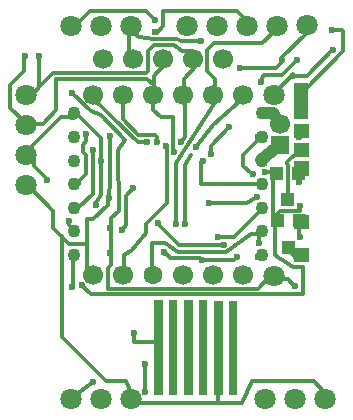
<source format=gbr>
%FSLAX32Y32*%
%MOMM*%
%LNKUPFERSEITE2*%
G71*
G01*
%ADD10C, 1.80*%
%ADD11C, 1.10*%
%ADD12C, 0.60*%
%ADD13C, 1.70*%
%ADD14C, 1.60*%
%ADD15C, 0.30*%
%ADD16C, 1.80*%
%ADD17C, 1.00*%
%ADD18C, 1.70*%
%LPD*%
X3477Y3987D02*
G54D10*
D03*
X3223Y3987D02*
G54D10*
D03*
X2969Y3987D02*
G54D10*
D03*
X2715Y3987D02*
G54D10*
D03*
X3356Y2046D02*
G54D11*
D03*
X1766Y2046D02*
G54D11*
D03*
X3356Y2246D02*
G54D11*
D03*
X1766Y2246D02*
G54D11*
D03*
X3356Y2446D02*
G54D11*
D03*
X1766Y2446D02*
G54D11*
D03*
X3356Y2646D02*
G54D11*
D03*
X1766Y2646D02*
G54D11*
D03*
X3356Y2846D02*
G54D11*
D03*
X1766Y2846D02*
G54D11*
D03*
X3356Y3046D02*
G54D11*
D03*
X1766Y3046D02*
G54D11*
D03*
X3356Y3246D02*
G54D11*
D03*
X1766Y3246D02*
G54D11*
D03*
X2538Y2968D02*
G54D12*
D03*
X3197Y1880D02*
G54D13*
D03*
X2943Y1880D02*
G54D13*
D03*
X2689Y1880D02*
G54D13*
D03*
X2435Y1880D02*
G54D14*
D03*
X2181Y1880D02*
G54D13*
D03*
X1927Y1880D02*
G54D13*
D03*
G54D15*
X2983Y2198D02*
X3118Y2198D01*
X3356Y2436D01*
X2983Y2198D02*
G54D12*
D03*
G54D15*
X3324Y2222D02*
X3261Y2222D01*
X3046Y2071D01*
X2981Y2073D01*
X2646Y2075D01*
X2533Y2144D01*
X2424Y2147D01*
X2419Y2103D01*
X2419Y1928D01*
X2626Y2309D02*
G54D12*
D03*
G54D15*
X2626Y2309D02*
X2626Y2825D01*
X2951Y3325D01*
X2705Y2309D02*
G54D12*
D03*
G54D15*
X2705Y2309D02*
X2705Y2809D01*
G54D15*
X1919Y3349D02*
X1983Y3317D01*
X2094Y3206D01*
X2300Y3000D01*
X2380Y3000D01*
X2380Y3000D02*
G54D12*
D03*
X2467Y3000D02*
G54D12*
D03*
G54D15*
X2467Y3000D02*
X2467Y3047D01*
X2451Y3063D01*
X2308Y3063D01*
X2173Y3198D01*
X2173Y3333D01*
G54D15*
X2435Y3333D02*
X2435Y3278D01*
X2499Y3214D01*
X2602Y3214D01*
X2602Y3043D01*
X2602Y2920D01*
G54D15*
X2666Y3000D02*
X2701Y3047D01*
X2705Y3333D01*
X2062Y2531D02*
G54D12*
D03*
G54D15*
X1991Y2857D02*
X1991Y3039D01*
X1808Y3222D01*
X3197Y3404D02*
G54D13*
D03*
X2943Y3404D02*
G54D13*
D03*
X2689Y3404D02*
G54D13*
D03*
X2435Y3404D02*
G54D13*
D03*
X2181Y3404D02*
G54D13*
D03*
X1927Y3404D02*
G54D13*
D03*
X2165Y2254D02*
G54D12*
D03*
G54D15*
X2165Y2254D02*
X2205Y2297D01*
X2205Y2547D01*
X2261Y2611D01*
X2261Y2611D02*
G54D12*
D03*
X3452Y1872D02*
G54D16*
D03*
X1991Y2841D02*
G54D12*
D03*
X2070Y3055D02*
G54D12*
D03*
G54D15*
X2070Y3055D02*
X2070Y2627D01*
X2046Y2524D01*
X1919Y2936D02*
G54D12*
D03*
G54D15*
X1919Y2936D02*
X1919Y2563D01*
X1808Y2452D01*
G54D15*
X3356Y2650D02*
X2840Y2650D01*
X2840Y2833D01*
X2856Y2841D02*
G54D12*
D03*
X3452Y3404D02*
G54D16*
D03*
X3507Y3158D02*
G54D13*
D03*
X2070Y2063D02*
G54D12*
D03*
G54D15*
X2078Y2246D02*
X2078Y1960D01*
X2054Y1936D01*
X2054Y1762D01*
X3316Y1762D01*
X3420Y1865D01*
G54D15*
X1808Y2650D02*
X1808Y2674D01*
X1864Y2730D01*
X1864Y2897D01*
X1840Y2920D01*
X1840Y2976D01*
X1860Y3008D01*
X1864Y3071D01*
X1864Y3071D02*
G54D12*
D03*
X3031Y2135D02*
G54D12*
D03*
G54D15*
X3031Y2135D02*
X2650Y2135D01*
X2467Y2317D01*
G54D15*
X2189Y1952D02*
X2189Y2031D01*
X2189Y2047D01*
X2257Y2091D01*
X2372Y2230D01*
X2372Y2309D01*
X2546Y2484D01*
X2546Y2976D01*
X2475Y2317D02*
G54D12*
D03*
X3277Y2730D02*
G54D12*
D03*
G54D15*
X3285Y2738D02*
X3261Y2738D01*
X3197Y2801D01*
X3197Y2897D01*
X3324Y3024D01*
X2523Y2071D02*
G54D12*
D03*
X2848Y2008D02*
G54D12*
D03*
X3142Y2031D02*
G54D12*
D03*
G54D15*
X2523Y2055D02*
X2546Y2055D01*
X2578Y2023D01*
X2832Y2023D01*
X2848Y2008D01*
X3118Y2008D01*
X3142Y2031D01*
G54D17*
X3356Y3246D02*
X3451Y3246D01*
X3507Y3158D01*
X3078Y3127D02*
G54D12*
D03*
X2920Y2904D02*
G54D12*
D03*
G54D15*
X2920Y2904D02*
X2920Y2968D01*
X3078Y3127D01*
G36*
X3432Y3051D02*
X3582Y3051D01*
X3582Y2901D01*
X3432Y2901D01*
X3432Y3051D01*
G37*
G54D17*
X3348Y2849D02*
X3483Y2960D01*
X3523Y2960D01*
X1769Y3063D02*
G54D12*
D03*
X1776Y2841D02*
G54D12*
D03*
X1721Y2333D02*
G54D12*
D03*
X1745Y1777D02*
G54D12*
D03*
X3324Y3047D02*
G54D12*
D03*
X3348Y2841D02*
G54D12*
D03*
X3332Y2150D02*
G54D12*
D03*
X3316Y2031D02*
G54D12*
D03*
X1951Y2468D02*
G54D12*
D03*
G54D15*
X1991Y2857D02*
X1991Y2555D01*
X1943Y2476D01*
G54D15*
X1753Y1769D02*
X1753Y2031D01*
G54D15*
X1721Y2333D02*
X1721Y2301D01*
X1745Y2277D01*
G54D15*
X2046Y2516D02*
X2046Y2468D01*
X1927Y2349D01*
X1872Y2349D01*
X1872Y1944D01*
X1896Y1920D01*
X2070Y2277D02*
G54D12*
D03*
G54D15*
X2078Y2246D02*
X2078Y2357D01*
X2142Y2420D01*
X2134Y2936D01*
X2197Y3024D01*
X1991Y3230D01*
X1904Y3262D01*
X1745Y3420D01*
X1745Y3420D02*
G54D12*
D03*
X1753Y3214D02*
G54D12*
D03*
G36*
X3722Y2685D02*
X3612Y2685D01*
X3612Y2795D01*
X3722Y2795D01*
X3722Y2685D01*
G37*
G36*
X3532Y2685D02*
X3422Y2685D01*
X3422Y2795D01*
X3532Y2795D01*
X3532Y2685D01*
G37*
G36*
X3627Y2463D02*
X3517Y2463D01*
X3517Y2573D01*
X3627Y2573D01*
X3627Y2463D01*
G37*
X1832Y1793D02*
G54D12*
D03*
G54D15*
X1832Y1785D02*
X1904Y1714D01*
X3475Y1714D01*
X3697Y1714D01*
X3697Y1936D01*
G36*
X3730Y2280D02*
X3620Y2280D01*
X3620Y2390D01*
X3730Y2390D01*
X3730Y2280D01*
G37*
G36*
X3540Y2280D02*
X3430Y2280D01*
X3430Y2390D01*
X3540Y2390D01*
X3540Y2280D01*
G37*
G36*
X3635Y2058D02*
X3525Y2058D01*
X3525Y2168D01*
X3635Y2168D01*
X3635Y2058D01*
G37*
G54D15*
X3451Y2714D02*
X3451Y2357D01*
X3674Y2198D02*
G54D12*
D03*
X3666Y2666D02*
G54D12*
D03*
X3674Y2460D02*
G54D12*
D03*
G54D15*
X3666Y2333D02*
X3666Y2206D01*
G54D15*
X3674Y2468D02*
X3674Y2420D01*
X3507Y2420D01*
X3475Y2389D01*
G54D15*
X3658Y2928D02*
X3634Y2889D01*
X3597Y2866D01*
X3568Y2835D01*
X3570Y2793D01*
X3570Y2539D01*
X3666Y2936D02*
G54D12*
D03*
X3642Y2039D02*
G54D12*
D03*
G54D15*
X3610Y2079D02*
X3610Y2055D01*
X3634Y2031D01*
X3634Y1785D02*
G54D12*
D03*
G54D15*
X3507Y1841D02*
X3570Y1841D01*
X3626Y1785D01*
G54D15*
X3467Y2309D02*
X3467Y2047D01*
X3497Y2021D01*
X3543Y1996D01*
X3620Y1946D01*
X3697Y1944D01*
G36*
X3629Y2996D02*
X3749Y2996D01*
X3749Y2876D01*
X3629Y2876D01*
X3629Y2996D01*
G37*
G36*
X3629Y2107D02*
X3749Y2107D01*
X3749Y1987D01*
X3629Y1987D01*
X3629Y2107D01*
G37*
G36*
X3629Y2385D02*
X3749Y2385D01*
X3749Y2265D01*
X3629Y2265D01*
X3629Y2385D01*
G37*
G36*
X3629Y2838D02*
X3749Y2838D01*
X3749Y2718D01*
X3629Y2718D01*
X3629Y2838D01*
G37*
G54D15*
X3332Y2150D02*
X3332Y2222D01*
X3340Y2230D01*
X3380Y2746D02*
G54D12*
D03*
G54D15*
X3380Y2746D02*
X3467Y2746D01*
X3308Y2539D02*
G54D12*
D03*
X2904Y2484D02*
G54D12*
D03*
G54D15*
X2904Y2484D02*
X3229Y2484D01*
X3293Y2531D01*
G36*
X3629Y3155D02*
X3749Y3155D01*
X3749Y3035D01*
X3629Y3035D01*
X3629Y3155D01*
G37*
X3666Y3047D02*
G54D12*
D03*
G36*
X3622Y3499D02*
X3742Y3499D01*
X3742Y3199D01*
X3622Y3199D01*
X3622Y3499D01*
G37*
X3658Y3412D02*
G54D12*
D03*
X2610Y2920D02*
G54D12*
D03*
X2666Y3000D02*
G54D12*
D03*
X2792Y2960D02*
G54D12*
D03*
G54D15*
X3166Y3349D02*
X2939Y3147D01*
X2792Y2960D01*
G54D15*
X2705Y2809D02*
X2753Y2889D01*
G36*
X2442Y1661D02*
X2512Y1661D01*
X2512Y861D01*
X2442Y861D01*
X2442Y1661D01*
G37*
G36*
X2568Y1661D02*
X2638Y1661D01*
X2638Y861D01*
X2568Y861D01*
X2568Y1661D01*
G37*
G36*
X2696Y1661D02*
X2766Y1661D01*
X2766Y861D01*
X2696Y861D01*
X2696Y1661D01*
G37*
G36*
X2822Y1661D02*
X2892Y1661D01*
X2892Y861D01*
X2822Y861D01*
X2822Y1661D01*
G37*
X1358Y2638D02*
G54D10*
D03*
X1358Y2892D02*
G54D10*
D03*
X1358Y3146D02*
G54D10*
D03*
X1358Y3400D02*
G54D10*
D03*
X3024Y3706D02*
G54D18*
D03*
X2770Y3706D02*
G54D18*
D03*
X2516Y3706D02*
G54D18*
D03*
X2262Y3706D02*
G54D18*
D03*
X2008Y3706D02*
G54D18*
D03*
G54D15*
X2691Y3428D02*
X2691Y3540D01*
X2794Y3643D01*
G54D15*
X2437Y3420D02*
X2437Y3563D01*
X2516Y3643D01*
G54D15*
X1405Y3158D02*
X1500Y3158D01*
X1611Y3270D01*
X1611Y3540D01*
X2381Y3540D01*
X2437Y3484D01*
G54D15*
X2770Y3770D02*
X2675Y3770D01*
X2611Y3825D01*
X2437Y3825D01*
X2389Y3770D01*
X2389Y3603D01*
X2373Y3587D01*
X1588Y3587D01*
X1389Y3389D01*
G54D15*
X1754Y3214D02*
X1651Y3214D01*
X1381Y2944D01*
G54D15*
X1873Y2142D02*
X1722Y2142D01*
X1588Y2277D01*
X1588Y2420D01*
X1397Y2611D01*
G54D15*
X2953Y3412D02*
X2953Y3540D01*
X2889Y3603D01*
X2889Y3786D01*
X2945Y3841D01*
X3358Y3841D01*
X3453Y3936D01*
X3167Y3627D02*
G54D12*
D03*
G54D15*
X3167Y3627D02*
X3469Y3627D01*
X3532Y3690D01*
X3524Y3698D02*
G54D12*
D03*
X2241Y3984D02*
G54D10*
D03*
X1987Y3984D02*
G54D10*
D03*
X1733Y3984D02*
G54D10*
D03*
X3884Y824D02*
G54D10*
D03*
X3630Y824D02*
G54D10*
D03*
X3376Y824D02*
G54D10*
D03*
X2241Y824D02*
G54D10*
D03*
X1987Y824D02*
G54D10*
D03*
X1733Y824D02*
G54D10*
D03*
X3731Y3992D02*
G54D10*
D03*
G54D15*
X2230Y3928D02*
X2230Y3778D01*
X2262Y3746D01*
X2834Y3857D02*
G54D12*
D03*
G54D15*
X2834Y3857D02*
X2667Y3857D01*
X2635Y3873D01*
X2441Y3873D01*
X2310Y3889D01*
X2262Y3936D01*
G54D15*
X3524Y3698D02*
X3524Y3722D01*
X3731Y3928D01*
G54D15*
X2246Y817D02*
X2254Y793D01*
X2438Y797D01*
X3185Y793D01*
X3266Y976D01*
X3794Y976D01*
X3874Y896D01*
G54D15*
X1722Y841D02*
X1754Y841D01*
X1921Y968D01*
X1921Y968D02*
G54D12*
D03*
G54D15*
X1659Y2206D02*
X1659Y1349D01*
X2032Y976D01*
X2199Y976D01*
X2254Y865D01*
G54D15*
X1421Y2889D02*
X1421Y2801D01*
X1540Y2682D01*
X1532Y2682D02*
G54D12*
D03*
X3342Y3508D02*
G54D12*
D03*
X3651Y3698D02*
G54D12*
D03*
G54D15*
X3350Y3508D02*
X3350Y3547D01*
X3373Y3571D01*
X3524Y3571D01*
X3651Y3698D01*
G54D15*
X3620Y3579D02*
X3477Y3436D01*
X3620Y3563D02*
G54D12*
D03*
G54D15*
X3620Y3563D02*
X3739Y3563D01*
X3953Y3794D01*
X3953Y3786D02*
G54D12*
D03*
X1349Y3730D02*
G54D12*
D03*
X1468Y3730D02*
G54D12*
D03*
G54D15*
X1468Y3730D02*
X1468Y3468D01*
X1421Y3420D01*
G54D15*
X1341Y3730D02*
X1341Y3603D01*
X1222Y3484D01*
X1222Y3293D01*
X1373Y3143D01*
G36*
X2696Y1660D02*
X2766Y1660D01*
X2766Y860D01*
X2696Y860D01*
X2696Y1660D01*
G37*
G36*
X2822Y1660D02*
X2892Y1660D01*
X2892Y860D01*
X2822Y860D01*
X2822Y1660D01*
G37*
G36*
X2950Y1660D02*
X3020Y1660D01*
X3020Y860D01*
X2950Y860D01*
X2950Y1660D01*
G37*
G36*
X3076Y1660D02*
X3146Y1660D01*
X3146Y860D01*
X3076Y860D01*
X3076Y1660D01*
G37*
X3945Y3952D02*
G54D12*
D03*
G54D15*
X3945Y3952D02*
X4032Y3952D01*
X4040Y3944D01*
X4040Y3770D01*
X3715Y3444D01*
G54D15*
X2984Y896D02*
X2984Y793D01*
X3112Y952D02*
G54D12*
D03*
X2858Y1142D02*
G54D12*
D03*
X2730Y1214D02*
G54D12*
D03*
X2365Y888D02*
G54D12*
D03*
X2365Y1126D02*
G54D12*
D03*
G54D15*
X2365Y1126D02*
X2365Y888D01*
X2858Y1388D02*
G54D12*
D03*
X2730Y1388D02*
G54D12*
D03*
X2270Y1388D02*
G54D12*
D03*
X2604Y1309D02*
G54D12*
D03*
G54D15*
X2270Y1388D02*
X2270Y1309D01*
X2469Y1309D01*
G54D15*
X1754Y4024D02*
X1810Y4024D01*
X1897Y4111D01*
X2445Y3936D02*
G54D12*
D03*
X2445Y4040D02*
G54D12*
D03*
G54D15*
X3254Y4000D02*
X3143Y4111D01*
X2516Y4111D01*
G54D15*
X2516Y4111D02*
X2516Y3984D01*
X2461Y3928D01*
G54D15*
X1897Y4111D02*
X2373Y4111D01*
X2445Y4040D01*
M02*

</source>
